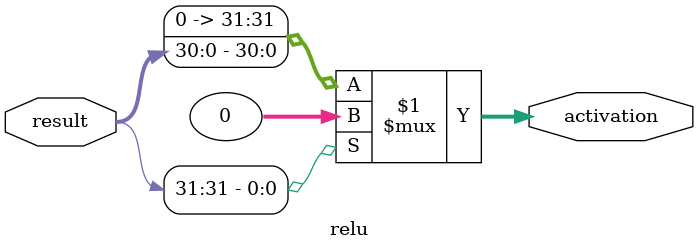
<source format=sv>

module
  relu
  (
    input   [31:0]  result,
    output  [31:0]  activation
  );

  // --------------------------------------------------------------------
  // ReLU activation function
  assign activation = result[31] ? 0 : {1'b0, result[30:0]};

// --------------------------------------------------------------------
endmodule

</source>
